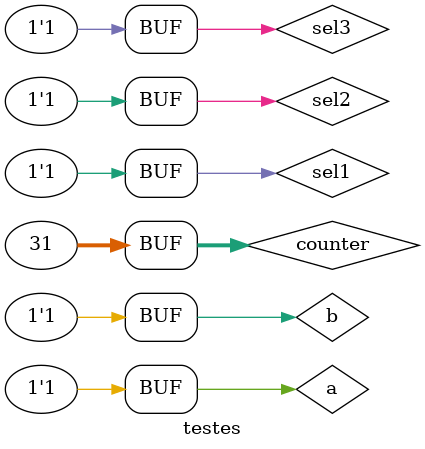
<source format=v>

module mux2x1 (output s4, input a3, input b3, input c1);
	wire and1, and2, not1;
	not NOT1(not1, c1);
	and AND1(and1, a3, not1);
	and AND2(and2, b3, c1);
	or OR1(s4, and1, and2);
endmodule

module mux4x1 (output s3, input a4, input b4, input c4, input d4, input se1, input se2);
	wire m1, m2;
	mux2x1 MUX01(m1, a4, b4, se2);
	mux2x1 MUX02(m2, c4, d4, se2);
	mux2x1 MUX03(s3, m1, m2, se1);
endmodule

module mux8x1 (output s2, input i0, input i1, input i2, input i3, input i4, input i5, input i6, input i7, input ch1, input ch2, input ch3);
	wire mu1, mu2;
	mux4x1 MUX04(mu1, i0, i1, i2, i3, ch2, ch3);
	mux4x1 MUX05(mu2, i4, i5, i6, i7, ch2, ch3);
	mux2x1 MUX06(s2, mu1, mu2, ch1);
endmodule

module lu (output s1, input a1, input b1, input cho1, input cho2, input cho3);
	wire op0, op1, op2, op3, op4, op5, op6, op7;
	not NOT2(op0, a1);
	not NOT3(op1, b1);
	or OR2(op2, a1, b1);
	nor NOR1(op3, a1, b1);
	and AND3(op4, a1, b1);
	nand NAND1(op5, a1, b1);
	xor XOR1(op6, a1, b1);
	xnor XNOR1(op7, a1, b1);
	mux8x1 MUX7(s1, op0, op1, op2, op3, op4, op5, op6, op7, cho1, cho2, cho3);
endmodule

module testes;

	integer counter;
	reg a,b;
	reg sel1, sel2, sel3;
	wire s;
	lu LU(s, a, b, sel1, sel2, sel3);

	initial begin:main;
		a=0; b=0;
		sel1=0; sel2=0; sel3=0;
		counter=0;
		$display("Guia_07 - Questao 5");
		$display(" m | sel1 sel2 sel3 | a b | s");
		$monitor("%2d |  %b     %b     %b | %b %b | %b", counter, sel1, sel2, sel3, a, b, s);
		//sels 0 0 0
#1 a=0; b=1; counter++;
#1 a=1; b=0; counter++;
#1 a=1; b=1; counter++;
		//sels 0 0 1;
#1 sel1=0; sel2=0; sel3=1; a=0; b=0; counter++;
#1 a=0; b=1; counter++;
#1 a=1; b=0; counter++;
#1 a=1; b=1; counter++;

		//sels 0 1 0;
#1 sel1=0; sel2=1; sel3=0; a=0; b=0; counter++;
#1 a=0; b=1; counter++;
#1 a=1; b=0; counter++;
#1 a=1; b=1; counter++;

		//sels 0 1 1;
#1 sel1=0; sel2=1; sel3=1; a=0; b=0; counter++;
#1 a=0; b=1; counter++;
#1 a=1; b=0; counter++;
#1 a=1; b=1; counter++;

		//sels 1 0 0
#1 sel1=1; sel2=0; sel3=0; a=0; b=0; counter++;
#1 a=0; b=1; counter++;
#1 a=1; b=0; counter++;
#1 a=1; b=1; counter++;
		//sels 1 0 1;
#1 sel1=1; sel2=0; sel3=1; a=0; b=0; counter++;
#1 a=0; b=1; counter++;
#1 a=1; b=0; counter++;
#1 a=1; b=1; counter++;

		//sels 1 1 0;
#1 sel1=1; sel2=1; sel3=0; a=0; b=0; counter++;
#1 a=0; b=1; counter++;
#1 a=1; b=0; counter++;
#1 a=1; b=1; counter++;

		//sels 1 1 1;
#1 sel1=1; sel2=1; sel3=1; a=0; b=0; counter++;
#1 a=0; b=1; counter++;
#1 a=1; b=0; counter++;
#1 a=1; b=1; counter++;

	end
endmodule

</source>
